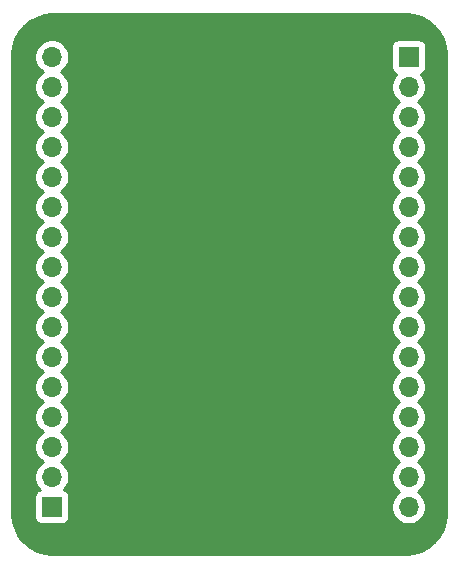
<source format=gbr>
G04 #@! TF.GenerationSoftware,KiCad,Pcbnew,(5.1.5)-3*
G04 #@! TF.CreationDate,2020-02-24T20:26:35-05:00*
G04 #@! TF.ProjectId,SRAM CY7C109D-10XI,5352414d-2043-4593-9743-313039442d31,rev?*
G04 #@! TF.SameCoordinates,Original*
G04 #@! TF.FileFunction,Copper,L2,Bot*
G04 #@! TF.FilePolarity,Positive*
%FSLAX46Y46*%
G04 Gerber Fmt 4.6, Leading zero omitted, Abs format (unit mm)*
G04 Created by KiCad (PCBNEW (5.1.5)-3) date 2020-02-24 20:26:35*
%MOMM*%
%LPD*%
G04 APERTURE LIST*
%ADD10O,1.700000X1.700000*%
%ADD11R,1.700000X1.700000*%
%ADD12C,0.254000*%
G04 APERTURE END LIST*
D10*
X125200000Y-144350000D03*
X125200000Y-141810000D03*
X125200000Y-139270000D03*
X125200000Y-136730000D03*
X125200000Y-134190000D03*
X125200000Y-131650000D03*
X125200000Y-129110000D03*
X125200000Y-126570000D03*
X125200000Y-124030000D03*
X125200000Y-121490000D03*
X125200000Y-118950000D03*
X125200000Y-116410000D03*
X125200000Y-113870000D03*
X125200000Y-111330000D03*
X125200000Y-108790000D03*
D11*
X125200000Y-106250000D03*
D10*
X95000000Y-106250000D03*
X95000000Y-108790000D03*
X95000000Y-111330000D03*
X95000000Y-113870000D03*
X95000000Y-116410000D03*
X95000000Y-118950000D03*
X95000000Y-121490000D03*
X95000000Y-124030000D03*
X95000000Y-126570000D03*
X95000000Y-129110000D03*
X95000000Y-131650000D03*
X95000000Y-134190000D03*
X95000000Y-136730000D03*
X95000000Y-139270000D03*
X95000000Y-141810000D03*
D11*
X95000000Y-144350000D03*
D12*
G36*
X125648126Y-102726714D02*
G01*
X126271572Y-102914943D01*
X126846579Y-103220681D01*
X127351247Y-103632279D01*
X127766362Y-104134067D01*
X128076105Y-104706924D01*
X128268682Y-105329039D01*
X128340001Y-106007594D01*
X128340000Y-144967721D01*
X128273286Y-145648126D01*
X128085057Y-146271570D01*
X127779323Y-146846573D01*
X127367721Y-147351248D01*
X126865933Y-147766362D01*
X126293077Y-148076104D01*
X125670961Y-148268682D01*
X124992417Y-148340000D01*
X95032279Y-148340000D01*
X94351874Y-148273286D01*
X93728430Y-148085057D01*
X93153427Y-147779323D01*
X92648752Y-147367721D01*
X92233638Y-146865933D01*
X91923896Y-146293077D01*
X91731318Y-145670961D01*
X91660000Y-144992417D01*
X91660000Y-143500000D01*
X93511928Y-143500000D01*
X93511928Y-145200000D01*
X93524188Y-145324482D01*
X93560498Y-145444180D01*
X93619463Y-145554494D01*
X93698815Y-145651185D01*
X93795506Y-145730537D01*
X93905820Y-145789502D01*
X94025518Y-145825812D01*
X94150000Y-145838072D01*
X95850000Y-145838072D01*
X95974482Y-145825812D01*
X96094180Y-145789502D01*
X96204494Y-145730537D01*
X96301185Y-145651185D01*
X96380537Y-145554494D01*
X96439502Y-145444180D01*
X96475812Y-145324482D01*
X96488072Y-145200000D01*
X96488072Y-143500000D01*
X96475812Y-143375518D01*
X96439502Y-143255820D01*
X96380537Y-143145506D01*
X96301185Y-143048815D01*
X96204494Y-142969463D01*
X96094180Y-142910498D01*
X96021620Y-142888487D01*
X96153475Y-142756632D01*
X96315990Y-142513411D01*
X96427932Y-142243158D01*
X96485000Y-141956260D01*
X96485000Y-141663740D01*
X96427932Y-141376842D01*
X96315990Y-141106589D01*
X96153475Y-140863368D01*
X95946632Y-140656525D01*
X95772240Y-140540000D01*
X95946632Y-140423475D01*
X96153475Y-140216632D01*
X96315990Y-139973411D01*
X96427932Y-139703158D01*
X96485000Y-139416260D01*
X96485000Y-139123740D01*
X96427932Y-138836842D01*
X96315990Y-138566589D01*
X96153475Y-138323368D01*
X95946632Y-138116525D01*
X95772240Y-138000000D01*
X95946632Y-137883475D01*
X96153475Y-137676632D01*
X96315990Y-137433411D01*
X96427932Y-137163158D01*
X96485000Y-136876260D01*
X96485000Y-136583740D01*
X96427932Y-136296842D01*
X96315990Y-136026589D01*
X96153475Y-135783368D01*
X95946632Y-135576525D01*
X95772240Y-135460000D01*
X95946632Y-135343475D01*
X96153475Y-135136632D01*
X96315990Y-134893411D01*
X96427932Y-134623158D01*
X96485000Y-134336260D01*
X96485000Y-134043740D01*
X96427932Y-133756842D01*
X96315990Y-133486589D01*
X96153475Y-133243368D01*
X95946632Y-133036525D01*
X95772240Y-132920000D01*
X95946632Y-132803475D01*
X96153475Y-132596632D01*
X96315990Y-132353411D01*
X96427932Y-132083158D01*
X96485000Y-131796260D01*
X96485000Y-131503740D01*
X96427932Y-131216842D01*
X96315990Y-130946589D01*
X96153475Y-130703368D01*
X95946632Y-130496525D01*
X95772240Y-130380000D01*
X95946632Y-130263475D01*
X96153475Y-130056632D01*
X96315990Y-129813411D01*
X96427932Y-129543158D01*
X96485000Y-129256260D01*
X96485000Y-128963740D01*
X96427932Y-128676842D01*
X96315990Y-128406589D01*
X96153475Y-128163368D01*
X95946632Y-127956525D01*
X95772240Y-127840000D01*
X95946632Y-127723475D01*
X96153475Y-127516632D01*
X96315990Y-127273411D01*
X96427932Y-127003158D01*
X96485000Y-126716260D01*
X96485000Y-126423740D01*
X96427932Y-126136842D01*
X96315990Y-125866589D01*
X96153475Y-125623368D01*
X95946632Y-125416525D01*
X95772240Y-125300000D01*
X95946632Y-125183475D01*
X96153475Y-124976632D01*
X96315990Y-124733411D01*
X96427932Y-124463158D01*
X96485000Y-124176260D01*
X96485000Y-123883740D01*
X96427932Y-123596842D01*
X96315990Y-123326589D01*
X96153475Y-123083368D01*
X95946632Y-122876525D01*
X95772240Y-122760000D01*
X95946632Y-122643475D01*
X96153475Y-122436632D01*
X96315990Y-122193411D01*
X96427932Y-121923158D01*
X96485000Y-121636260D01*
X96485000Y-121343740D01*
X96427932Y-121056842D01*
X96315990Y-120786589D01*
X96153475Y-120543368D01*
X95946632Y-120336525D01*
X95772240Y-120220000D01*
X95946632Y-120103475D01*
X96153475Y-119896632D01*
X96315990Y-119653411D01*
X96427932Y-119383158D01*
X96485000Y-119096260D01*
X96485000Y-118803740D01*
X96427932Y-118516842D01*
X96315990Y-118246589D01*
X96153475Y-118003368D01*
X95946632Y-117796525D01*
X95772240Y-117680000D01*
X95946632Y-117563475D01*
X96153475Y-117356632D01*
X96315990Y-117113411D01*
X96427932Y-116843158D01*
X96485000Y-116556260D01*
X96485000Y-116263740D01*
X96427932Y-115976842D01*
X96315990Y-115706589D01*
X96153475Y-115463368D01*
X95946632Y-115256525D01*
X95772240Y-115140000D01*
X95946632Y-115023475D01*
X96153475Y-114816632D01*
X96315990Y-114573411D01*
X96427932Y-114303158D01*
X96485000Y-114016260D01*
X96485000Y-113723740D01*
X96427932Y-113436842D01*
X96315990Y-113166589D01*
X96153475Y-112923368D01*
X95946632Y-112716525D01*
X95772240Y-112600000D01*
X95946632Y-112483475D01*
X96153475Y-112276632D01*
X96315990Y-112033411D01*
X96427932Y-111763158D01*
X96485000Y-111476260D01*
X96485000Y-111183740D01*
X96427932Y-110896842D01*
X96315990Y-110626589D01*
X96153475Y-110383368D01*
X95946632Y-110176525D01*
X95772240Y-110060000D01*
X95946632Y-109943475D01*
X96153475Y-109736632D01*
X96315990Y-109493411D01*
X96427932Y-109223158D01*
X96485000Y-108936260D01*
X96485000Y-108643740D01*
X96427932Y-108356842D01*
X96315990Y-108086589D01*
X96153475Y-107843368D01*
X95946632Y-107636525D01*
X95772240Y-107520000D01*
X95946632Y-107403475D01*
X96153475Y-107196632D01*
X96315990Y-106953411D01*
X96427932Y-106683158D01*
X96485000Y-106396260D01*
X96485000Y-106103740D01*
X96427932Y-105816842D01*
X96315990Y-105546589D01*
X96218043Y-105400000D01*
X123711928Y-105400000D01*
X123711928Y-107100000D01*
X123724188Y-107224482D01*
X123760498Y-107344180D01*
X123819463Y-107454494D01*
X123898815Y-107551185D01*
X123995506Y-107630537D01*
X124105820Y-107689502D01*
X124178380Y-107711513D01*
X124046525Y-107843368D01*
X123884010Y-108086589D01*
X123772068Y-108356842D01*
X123715000Y-108643740D01*
X123715000Y-108936260D01*
X123772068Y-109223158D01*
X123884010Y-109493411D01*
X124046525Y-109736632D01*
X124253368Y-109943475D01*
X124427760Y-110060000D01*
X124253368Y-110176525D01*
X124046525Y-110383368D01*
X123884010Y-110626589D01*
X123772068Y-110896842D01*
X123715000Y-111183740D01*
X123715000Y-111476260D01*
X123772068Y-111763158D01*
X123884010Y-112033411D01*
X124046525Y-112276632D01*
X124253368Y-112483475D01*
X124427760Y-112600000D01*
X124253368Y-112716525D01*
X124046525Y-112923368D01*
X123884010Y-113166589D01*
X123772068Y-113436842D01*
X123715000Y-113723740D01*
X123715000Y-114016260D01*
X123772068Y-114303158D01*
X123884010Y-114573411D01*
X124046525Y-114816632D01*
X124253368Y-115023475D01*
X124427760Y-115140000D01*
X124253368Y-115256525D01*
X124046525Y-115463368D01*
X123884010Y-115706589D01*
X123772068Y-115976842D01*
X123715000Y-116263740D01*
X123715000Y-116556260D01*
X123772068Y-116843158D01*
X123884010Y-117113411D01*
X124046525Y-117356632D01*
X124253368Y-117563475D01*
X124427760Y-117680000D01*
X124253368Y-117796525D01*
X124046525Y-118003368D01*
X123884010Y-118246589D01*
X123772068Y-118516842D01*
X123715000Y-118803740D01*
X123715000Y-119096260D01*
X123772068Y-119383158D01*
X123884010Y-119653411D01*
X124046525Y-119896632D01*
X124253368Y-120103475D01*
X124427760Y-120220000D01*
X124253368Y-120336525D01*
X124046525Y-120543368D01*
X123884010Y-120786589D01*
X123772068Y-121056842D01*
X123715000Y-121343740D01*
X123715000Y-121636260D01*
X123772068Y-121923158D01*
X123884010Y-122193411D01*
X124046525Y-122436632D01*
X124253368Y-122643475D01*
X124427760Y-122760000D01*
X124253368Y-122876525D01*
X124046525Y-123083368D01*
X123884010Y-123326589D01*
X123772068Y-123596842D01*
X123715000Y-123883740D01*
X123715000Y-124176260D01*
X123772068Y-124463158D01*
X123884010Y-124733411D01*
X124046525Y-124976632D01*
X124253368Y-125183475D01*
X124427760Y-125300000D01*
X124253368Y-125416525D01*
X124046525Y-125623368D01*
X123884010Y-125866589D01*
X123772068Y-126136842D01*
X123715000Y-126423740D01*
X123715000Y-126716260D01*
X123772068Y-127003158D01*
X123884010Y-127273411D01*
X124046525Y-127516632D01*
X124253368Y-127723475D01*
X124427760Y-127840000D01*
X124253368Y-127956525D01*
X124046525Y-128163368D01*
X123884010Y-128406589D01*
X123772068Y-128676842D01*
X123715000Y-128963740D01*
X123715000Y-129256260D01*
X123772068Y-129543158D01*
X123884010Y-129813411D01*
X124046525Y-130056632D01*
X124253368Y-130263475D01*
X124427760Y-130380000D01*
X124253368Y-130496525D01*
X124046525Y-130703368D01*
X123884010Y-130946589D01*
X123772068Y-131216842D01*
X123715000Y-131503740D01*
X123715000Y-131796260D01*
X123772068Y-132083158D01*
X123884010Y-132353411D01*
X124046525Y-132596632D01*
X124253368Y-132803475D01*
X124427760Y-132920000D01*
X124253368Y-133036525D01*
X124046525Y-133243368D01*
X123884010Y-133486589D01*
X123772068Y-133756842D01*
X123715000Y-134043740D01*
X123715000Y-134336260D01*
X123772068Y-134623158D01*
X123884010Y-134893411D01*
X124046525Y-135136632D01*
X124253368Y-135343475D01*
X124427760Y-135460000D01*
X124253368Y-135576525D01*
X124046525Y-135783368D01*
X123884010Y-136026589D01*
X123772068Y-136296842D01*
X123715000Y-136583740D01*
X123715000Y-136876260D01*
X123772068Y-137163158D01*
X123884010Y-137433411D01*
X124046525Y-137676632D01*
X124253368Y-137883475D01*
X124427760Y-138000000D01*
X124253368Y-138116525D01*
X124046525Y-138323368D01*
X123884010Y-138566589D01*
X123772068Y-138836842D01*
X123715000Y-139123740D01*
X123715000Y-139416260D01*
X123772068Y-139703158D01*
X123884010Y-139973411D01*
X124046525Y-140216632D01*
X124253368Y-140423475D01*
X124427760Y-140540000D01*
X124253368Y-140656525D01*
X124046525Y-140863368D01*
X123884010Y-141106589D01*
X123772068Y-141376842D01*
X123715000Y-141663740D01*
X123715000Y-141956260D01*
X123772068Y-142243158D01*
X123884010Y-142513411D01*
X124046525Y-142756632D01*
X124253368Y-142963475D01*
X124427760Y-143080000D01*
X124253368Y-143196525D01*
X124046525Y-143403368D01*
X123884010Y-143646589D01*
X123772068Y-143916842D01*
X123715000Y-144203740D01*
X123715000Y-144496260D01*
X123772068Y-144783158D01*
X123884010Y-145053411D01*
X124046525Y-145296632D01*
X124253368Y-145503475D01*
X124496589Y-145665990D01*
X124766842Y-145777932D01*
X125053740Y-145835000D01*
X125346260Y-145835000D01*
X125633158Y-145777932D01*
X125903411Y-145665990D01*
X126146632Y-145503475D01*
X126353475Y-145296632D01*
X126515990Y-145053411D01*
X126627932Y-144783158D01*
X126685000Y-144496260D01*
X126685000Y-144203740D01*
X126627932Y-143916842D01*
X126515990Y-143646589D01*
X126353475Y-143403368D01*
X126146632Y-143196525D01*
X125972240Y-143080000D01*
X126146632Y-142963475D01*
X126353475Y-142756632D01*
X126515990Y-142513411D01*
X126627932Y-142243158D01*
X126685000Y-141956260D01*
X126685000Y-141663740D01*
X126627932Y-141376842D01*
X126515990Y-141106589D01*
X126353475Y-140863368D01*
X126146632Y-140656525D01*
X125972240Y-140540000D01*
X126146632Y-140423475D01*
X126353475Y-140216632D01*
X126515990Y-139973411D01*
X126627932Y-139703158D01*
X126685000Y-139416260D01*
X126685000Y-139123740D01*
X126627932Y-138836842D01*
X126515990Y-138566589D01*
X126353475Y-138323368D01*
X126146632Y-138116525D01*
X125972240Y-138000000D01*
X126146632Y-137883475D01*
X126353475Y-137676632D01*
X126515990Y-137433411D01*
X126627932Y-137163158D01*
X126685000Y-136876260D01*
X126685000Y-136583740D01*
X126627932Y-136296842D01*
X126515990Y-136026589D01*
X126353475Y-135783368D01*
X126146632Y-135576525D01*
X125972240Y-135460000D01*
X126146632Y-135343475D01*
X126353475Y-135136632D01*
X126515990Y-134893411D01*
X126627932Y-134623158D01*
X126685000Y-134336260D01*
X126685000Y-134043740D01*
X126627932Y-133756842D01*
X126515990Y-133486589D01*
X126353475Y-133243368D01*
X126146632Y-133036525D01*
X125972240Y-132920000D01*
X126146632Y-132803475D01*
X126353475Y-132596632D01*
X126515990Y-132353411D01*
X126627932Y-132083158D01*
X126685000Y-131796260D01*
X126685000Y-131503740D01*
X126627932Y-131216842D01*
X126515990Y-130946589D01*
X126353475Y-130703368D01*
X126146632Y-130496525D01*
X125972240Y-130380000D01*
X126146632Y-130263475D01*
X126353475Y-130056632D01*
X126515990Y-129813411D01*
X126627932Y-129543158D01*
X126685000Y-129256260D01*
X126685000Y-128963740D01*
X126627932Y-128676842D01*
X126515990Y-128406589D01*
X126353475Y-128163368D01*
X126146632Y-127956525D01*
X125972240Y-127840000D01*
X126146632Y-127723475D01*
X126353475Y-127516632D01*
X126515990Y-127273411D01*
X126627932Y-127003158D01*
X126685000Y-126716260D01*
X126685000Y-126423740D01*
X126627932Y-126136842D01*
X126515990Y-125866589D01*
X126353475Y-125623368D01*
X126146632Y-125416525D01*
X125972240Y-125300000D01*
X126146632Y-125183475D01*
X126353475Y-124976632D01*
X126515990Y-124733411D01*
X126627932Y-124463158D01*
X126685000Y-124176260D01*
X126685000Y-123883740D01*
X126627932Y-123596842D01*
X126515990Y-123326589D01*
X126353475Y-123083368D01*
X126146632Y-122876525D01*
X125972240Y-122760000D01*
X126146632Y-122643475D01*
X126353475Y-122436632D01*
X126515990Y-122193411D01*
X126627932Y-121923158D01*
X126685000Y-121636260D01*
X126685000Y-121343740D01*
X126627932Y-121056842D01*
X126515990Y-120786589D01*
X126353475Y-120543368D01*
X126146632Y-120336525D01*
X125972240Y-120220000D01*
X126146632Y-120103475D01*
X126353475Y-119896632D01*
X126515990Y-119653411D01*
X126627932Y-119383158D01*
X126685000Y-119096260D01*
X126685000Y-118803740D01*
X126627932Y-118516842D01*
X126515990Y-118246589D01*
X126353475Y-118003368D01*
X126146632Y-117796525D01*
X125972240Y-117680000D01*
X126146632Y-117563475D01*
X126353475Y-117356632D01*
X126515990Y-117113411D01*
X126627932Y-116843158D01*
X126685000Y-116556260D01*
X126685000Y-116263740D01*
X126627932Y-115976842D01*
X126515990Y-115706589D01*
X126353475Y-115463368D01*
X126146632Y-115256525D01*
X125972240Y-115140000D01*
X126146632Y-115023475D01*
X126353475Y-114816632D01*
X126515990Y-114573411D01*
X126627932Y-114303158D01*
X126685000Y-114016260D01*
X126685000Y-113723740D01*
X126627932Y-113436842D01*
X126515990Y-113166589D01*
X126353475Y-112923368D01*
X126146632Y-112716525D01*
X125972240Y-112600000D01*
X126146632Y-112483475D01*
X126353475Y-112276632D01*
X126515990Y-112033411D01*
X126627932Y-111763158D01*
X126685000Y-111476260D01*
X126685000Y-111183740D01*
X126627932Y-110896842D01*
X126515990Y-110626589D01*
X126353475Y-110383368D01*
X126146632Y-110176525D01*
X125972240Y-110060000D01*
X126146632Y-109943475D01*
X126353475Y-109736632D01*
X126515990Y-109493411D01*
X126627932Y-109223158D01*
X126685000Y-108936260D01*
X126685000Y-108643740D01*
X126627932Y-108356842D01*
X126515990Y-108086589D01*
X126353475Y-107843368D01*
X126221620Y-107711513D01*
X126294180Y-107689502D01*
X126404494Y-107630537D01*
X126501185Y-107551185D01*
X126580537Y-107454494D01*
X126639502Y-107344180D01*
X126675812Y-107224482D01*
X126688072Y-107100000D01*
X126688072Y-105400000D01*
X126675812Y-105275518D01*
X126639502Y-105155820D01*
X126580537Y-105045506D01*
X126501185Y-104948815D01*
X126404494Y-104869463D01*
X126294180Y-104810498D01*
X126174482Y-104774188D01*
X126050000Y-104761928D01*
X124350000Y-104761928D01*
X124225518Y-104774188D01*
X124105820Y-104810498D01*
X123995506Y-104869463D01*
X123898815Y-104948815D01*
X123819463Y-105045506D01*
X123760498Y-105155820D01*
X123724188Y-105275518D01*
X123711928Y-105400000D01*
X96218043Y-105400000D01*
X96153475Y-105303368D01*
X95946632Y-105096525D01*
X95703411Y-104934010D01*
X95433158Y-104822068D01*
X95146260Y-104765000D01*
X94853740Y-104765000D01*
X94566842Y-104822068D01*
X94296589Y-104934010D01*
X94053368Y-105096525D01*
X93846525Y-105303368D01*
X93684010Y-105546589D01*
X93572068Y-105816842D01*
X93515000Y-106103740D01*
X93515000Y-106396260D01*
X93572068Y-106683158D01*
X93684010Y-106953411D01*
X93846525Y-107196632D01*
X94053368Y-107403475D01*
X94227760Y-107520000D01*
X94053368Y-107636525D01*
X93846525Y-107843368D01*
X93684010Y-108086589D01*
X93572068Y-108356842D01*
X93515000Y-108643740D01*
X93515000Y-108936260D01*
X93572068Y-109223158D01*
X93684010Y-109493411D01*
X93846525Y-109736632D01*
X94053368Y-109943475D01*
X94227760Y-110060000D01*
X94053368Y-110176525D01*
X93846525Y-110383368D01*
X93684010Y-110626589D01*
X93572068Y-110896842D01*
X93515000Y-111183740D01*
X93515000Y-111476260D01*
X93572068Y-111763158D01*
X93684010Y-112033411D01*
X93846525Y-112276632D01*
X94053368Y-112483475D01*
X94227760Y-112600000D01*
X94053368Y-112716525D01*
X93846525Y-112923368D01*
X93684010Y-113166589D01*
X93572068Y-113436842D01*
X93515000Y-113723740D01*
X93515000Y-114016260D01*
X93572068Y-114303158D01*
X93684010Y-114573411D01*
X93846525Y-114816632D01*
X94053368Y-115023475D01*
X94227760Y-115140000D01*
X94053368Y-115256525D01*
X93846525Y-115463368D01*
X93684010Y-115706589D01*
X93572068Y-115976842D01*
X93515000Y-116263740D01*
X93515000Y-116556260D01*
X93572068Y-116843158D01*
X93684010Y-117113411D01*
X93846525Y-117356632D01*
X94053368Y-117563475D01*
X94227760Y-117680000D01*
X94053368Y-117796525D01*
X93846525Y-118003368D01*
X93684010Y-118246589D01*
X93572068Y-118516842D01*
X93515000Y-118803740D01*
X93515000Y-119096260D01*
X93572068Y-119383158D01*
X93684010Y-119653411D01*
X93846525Y-119896632D01*
X94053368Y-120103475D01*
X94227760Y-120220000D01*
X94053368Y-120336525D01*
X93846525Y-120543368D01*
X93684010Y-120786589D01*
X93572068Y-121056842D01*
X93515000Y-121343740D01*
X93515000Y-121636260D01*
X93572068Y-121923158D01*
X93684010Y-122193411D01*
X93846525Y-122436632D01*
X94053368Y-122643475D01*
X94227760Y-122760000D01*
X94053368Y-122876525D01*
X93846525Y-123083368D01*
X93684010Y-123326589D01*
X93572068Y-123596842D01*
X93515000Y-123883740D01*
X93515000Y-124176260D01*
X93572068Y-124463158D01*
X93684010Y-124733411D01*
X93846525Y-124976632D01*
X94053368Y-125183475D01*
X94227760Y-125300000D01*
X94053368Y-125416525D01*
X93846525Y-125623368D01*
X93684010Y-125866589D01*
X93572068Y-126136842D01*
X93515000Y-126423740D01*
X93515000Y-126716260D01*
X93572068Y-127003158D01*
X93684010Y-127273411D01*
X93846525Y-127516632D01*
X94053368Y-127723475D01*
X94227760Y-127840000D01*
X94053368Y-127956525D01*
X93846525Y-128163368D01*
X93684010Y-128406589D01*
X93572068Y-128676842D01*
X93515000Y-128963740D01*
X93515000Y-129256260D01*
X93572068Y-129543158D01*
X93684010Y-129813411D01*
X93846525Y-130056632D01*
X94053368Y-130263475D01*
X94227760Y-130380000D01*
X94053368Y-130496525D01*
X93846525Y-130703368D01*
X93684010Y-130946589D01*
X93572068Y-131216842D01*
X93515000Y-131503740D01*
X93515000Y-131796260D01*
X93572068Y-132083158D01*
X93684010Y-132353411D01*
X93846525Y-132596632D01*
X94053368Y-132803475D01*
X94227760Y-132920000D01*
X94053368Y-133036525D01*
X93846525Y-133243368D01*
X93684010Y-133486589D01*
X93572068Y-133756842D01*
X93515000Y-134043740D01*
X93515000Y-134336260D01*
X93572068Y-134623158D01*
X93684010Y-134893411D01*
X93846525Y-135136632D01*
X94053368Y-135343475D01*
X94227760Y-135460000D01*
X94053368Y-135576525D01*
X93846525Y-135783368D01*
X93684010Y-136026589D01*
X93572068Y-136296842D01*
X93515000Y-136583740D01*
X93515000Y-136876260D01*
X93572068Y-137163158D01*
X93684010Y-137433411D01*
X93846525Y-137676632D01*
X94053368Y-137883475D01*
X94227760Y-138000000D01*
X94053368Y-138116525D01*
X93846525Y-138323368D01*
X93684010Y-138566589D01*
X93572068Y-138836842D01*
X93515000Y-139123740D01*
X93515000Y-139416260D01*
X93572068Y-139703158D01*
X93684010Y-139973411D01*
X93846525Y-140216632D01*
X94053368Y-140423475D01*
X94227760Y-140540000D01*
X94053368Y-140656525D01*
X93846525Y-140863368D01*
X93684010Y-141106589D01*
X93572068Y-141376842D01*
X93515000Y-141663740D01*
X93515000Y-141956260D01*
X93572068Y-142243158D01*
X93684010Y-142513411D01*
X93846525Y-142756632D01*
X93978380Y-142888487D01*
X93905820Y-142910498D01*
X93795506Y-142969463D01*
X93698815Y-143048815D01*
X93619463Y-143145506D01*
X93560498Y-143255820D01*
X93524188Y-143375518D01*
X93511928Y-143500000D01*
X91660000Y-143500000D01*
X91660000Y-106032278D01*
X91726714Y-105351874D01*
X91914943Y-104728428D01*
X92220681Y-104153421D01*
X92632279Y-103648753D01*
X93134067Y-103233638D01*
X93706924Y-102923895D01*
X94329039Y-102731318D01*
X95007584Y-102660000D01*
X124967722Y-102660000D01*
X125648126Y-102726714D01*
G37*
X125648126Y-102726714D02*
X126271572Y-102914943D01*
X126846579Y-103220681D01*
X127351247Y-103632279D01*
X127766362Y-104134067D01*
X128076105Y-104706924D01*
X128268682Y-105329039D01*
X128340001Y-106007594D01*
X128340000Y-144967721D01*
X128273286Y-145648126D01*
X128085057Y-146271570D01*
X127779323Y-146846573D01*
X127367721Y-147351248D01*
X126865933Y-147766362D01*
X126293077Y-148076104D01*
X125670961Y-148268682D01*
X124992417Y-148340000D01*
X95032279Y-148340000D01*
X94351874Y-148273286D01*
X93728430Y-148085057D01*
X93153427Y-147779323D01*
X92648752Y-147367721D01*
X92233638Y-146865933D01*
X91923896Y-146293077D01*
X91731318Y-145670961D01*
X91660000Y-144992417D01*
X91660000Y-143500000D01*
X93511928Y-143500000D01*
X93511928Y-145200000D01*
X93524188Y-145324482D01*
X93560498Y-145444180D01*
X93619463Y-145554494D01*
X93698815Y-145651185D01*
X93795506Y-145730537D01*
X93905820Y-145789502D01*
X94025518Y-145825812D01*
X94150000Y-145838072D01*
X95850000Y-145838072D01*
X95974482Y-145825812D01*
X96094180Y-145789502D01*
X96204494Y-145730537D01*
X96301185Y-145651185D01*
X96380537Y-145554494D01*
X96439502Y-145444180D01*
X96475812Y-145324482D01*
X96488072Y-145200000D01*
X96488072Y-143500000D01*
X96475812Y-143375518D01*
X96439502Y-143255820D01*
X96380537Y-143145506D01*
X96301185Y-143048815D01*
X96204494Y-142969463D01*
X96094180Y-142910498D01*
X96021620Y-142888487D01*
X96153475Y-142756632D01*
X96315990Y-142513411D01*
X96427932Y-142243158D01*
X96485000Y-141956260D01*
X96485000Y-141663740D01*
X96427932Y-141376842D01*
X96315990Y-141106589D01*
X96153475Y-140863368D01*
X95946632Y-140656525D01*
X95772240Y-140540000D01*
X95946632Y-140423475D01*
X96153475Y-140216632D01*
X96315990Y-139973411D01*
X96427932Y-139703158D01*
X96485000Y-139416260D01*
X96485000Y-139123740D01*
X96427932Y-138836842D01*
X96315990Y-138566589D01*
X96153475Y-138323368D01*
X95946632Y-138116525D01*
X95772240Y-138000000D01*
X95946632Y-137883475D01*
X96153475Y-137676632D01*
X96315990Y-137433411D01*
X96427932Y-137163158D01*
X96485000Y-136876260D01*
X96485000Y-136583740D01*
X96427932Y-136296842D01*
X96315990Y-136026589D01*
X96153475Y-135783368D01*
X95946632Y-135576525D01*
X95772240Y-135460000D01*
X95946632Y-135343475D01*
X96153475Y-135136632D01*
X96315990Y-134893411D01*
X96427932Y-134623158D01*
X96485000Y-134336260D01*
X96485000Y-134043740D01*
X96427932Y-133756842D01*
X96315990Y-133486589D01*
X96153475Y-133243368D01*
X95946632Y-133036525D01*
X95772240Y-132920000D01*
X95946632Y-132803475D01*
X96153475Y-132596632D01*
X96315990Y-132353411D01*
X96427932Y-132083158D01*
X96485000Y-131796260D01*
X96485000Y-131503740D01*
X96427932Y-131216842D01*
X96315990Y-130946589D01*
X96153475Y-130703368D01*
X95946632Y-130496525D01*
X95772240Y-130380000D01*
X95946632Y-130263475D01*
X96153475Y-130056632D01*
X96315990Y-129813411D01*
X96427932Y-129543158D01*
X96485000Y-129256260D01*
X96485000Y-128963740D01*
X96427932Y-128676842D01*
X96315990Y-128406589D01*
X96153475Y-128163368D01*
X95946632Y-127956525D01*
X95772240Y-127840000D01*
X95946632Y-127723475D01*
X96153475Y-127516632D01*
X96315990Y-127273411D01*
X96427932Y-127003158D01*
X96485000Y-126716260D01*
X96485000Y-126423740D01*
X96427932Y-126136842D01*
X96315990Y-125866589D01*
X96153475Y-125623368D01*
X95946632Y-125416525D01*
X95772240Y-125300000D01*
X95946632Y-125183475D01*
X96153475Y-124976632D01*
X96315990Y-124733411D01*
X96427932Y-124463158D01*
X96485000Y-124176260D01*
X96485000Y-123883740D01*
X96427932Y-123596842D01*
X96315990Y-123326589D01*
X96153475Y-123083368D01*
X95946632Y-122876525D01*
X95772240Y-122760000D01*
X95946632Y-122643475D01*
X96153475Y-122436632D01*
X96315990Y-122193411D01*
X96427932Y-121923158D01*
X96485000Y-121636260D01*
X96485000Y-121343740D01*
X96427932Y-121056842D01*
X96315990Y-120786589D01*
X96153475Y-120543368D01*
X95946632Y-120336525D01*
X95772240Y-120220000D01*
X95946632Y-120103475D01*
X96153475Y-119896632D01*
X96315990Y-119653411D01*
X96427932Y-119383158D01*
X96485000Y-119096260D01*
X96485000Y-118803740D01*
X96427932Y-118516842D01*
X96315990Y-118246589D01*
X96153475Y-118003368D01*
X95946632Y-117796525D01*
X95772240Y-117680000D01*
X95946632Y-117563475D01*
X96153475Y-117356632D01*
X96315990Y-117113411D01*
X96427932Y-116843158D01*
X96485000Y-116556260D01*
X96485000Y-116263740D01*
X96427932Y-115976842D01*
X96315990Y-115706589D01*
X96153475Y-115463368D01*
X95946632Y-115256525D01*
X95772240Y-115140000D01*
X95946632Y-115023475D01*
X96153475Y-114816632D01*
X96315990Y-114573411D01*
X96427932Y-114303158D01*
X96485000Y-114016260D01*
X96485000Y-113723740D01*
X96427932Y-113436842D01*
X96315990Y-113166589D01*
X96153475Y-112923368D01*
X95946632Y-112716525D01*
X95772240Y-112600000D01*
X95946632Y-112483475D01*
X96153475Y-112276632D01*
X96315990Y-112033411D01*
X96427932Y-111763158D01*
X96485000Y-111476260D01*
X96485000Y-111183740D01*
X96427932Y-110896842D01*
X96315990Y-110626589D01*
X96153475Y-110383368D01*
X95946632Y-110176525D01*
X95772240Y-110060000D01*
X95946632Y-109943475D01*
X96153475Y-109736632D01*
X96315990Y-109493411D01*
X96427932Y-109223158D01*
X96485000Y-108936260D01*
X96485000Y-108643740D01*
X96427932Y-108356842D01*
X96315990Y-108086589D01*
X96153475Y-107843368D01*
X95946632Y-107636525D01*
X95772240Y-107520000D01*
X95946632Y-107403475D01*
X96153475Y-107196632D01*
X96315990Y-106953411D01*
X96427932Y-106683158D01*
X96485000Y-106396260D01*
X96485000Y-106103740D01*
X96427932Y-105816842D01*
X96315990Y-105546589D01*
X96218043Y-105400000D01*
X123711928Y-105400000D01*
X123711928Y-107100000D01*
X123724188Y-107224482D01*
X123760498Y-107344180D01*
X123819463Y-107454494D01*
X123898815Y-107551185D01*
X123995506Y-107630537D01*
X124105820Y-107689502D01*
X124178380Y-107711513D01*
X124046525Y-107843368D01*
X123884010Y-108086589D01*
X123772068Y-108356842D01*
X123715000Y-108643740D01*
X123715000Y-108936260D01*
X123772068Y-109223158D01*
X123884010Y-109493411D01*
X124046525Y-109736632D01*
X124253368Y-109943475D01*
X124427760Y-110060000D01*
X124253368Y-110176525D01*
X124046525Y-110383368D01*
X123884010Y-110626589D01*
X123772068Y-110896842D01*
X123715000Y-111183740D01*
X123715000Y-111476260D01*
X123772068Y-111763158D01*
X123884010Y-112033411D01*
X124046525Y-112276632D01*
X124253368Y-112483475D01*
X124427760Y-112600000D01*
X124253368Y-112716525D01*
X124046525Y-112923368D01*
X123884010Y-113166589D01*
X123772068Y-113436842D01*
X123715000Y-113723740D01*
X123715000Y-114016260D01*
X123772068Y-114303158D01*
X123884010Y-114573411D01*
X124046525Y-114816632D01*
X124253368Y-115023475D01*
X124427760Y-115140000D01*
X124253368Y-115256525D01*
X124046525Y-115463368D01*
X123884010Y-115706589D01*
X123772068Y-115976842D01*
X123715000Y-116263740D01*
X123715000Y-116556260D01*
X123772068Y-116843158D01*
X123884010Y-117113411D01*
X124046525Y-117356632D01*
X124253368Y-117563475D01*
X124427760Y-117680000D01*
X124253368Y-117796525D01*
X124046525Y-118003368D01*
X123884010Y-118246589D01*
X123772068Y-118516842D01*
X123715000Y-118803740D01*
X123715000Y-119096260D01*
X123772068Y-119383158D01*
X123884010Y-119653411D01*
X124046525Y-119896632D01*
X124253368Y-120103475D01*
X124427760Y-120220000D01*
X124253368Y-120336525D01*
X124046525Y-120543368D01*
X123884010Y-120786589D01*
X123772068Y-121056842D01*
X123715000Y-121343740D01*
X123715000Y-121636260D01*
X123772068Y-121923158D01*
X123884010Y-122193411D01*
X124046525Y-122436632D01*
X124253368Y-122643475D01*
X124427760Y-122760000D01*
X124253368Y-122876525D01*
X124046525Y-123083368D01*
X123884010Y-123326589D01*
X123772068Y-123596842D01*
X123715000Y-123883740D01*
X123715000Y-124176260D01*
X123772068Y-124463158D01*
X123884010Y-124733411D01*
X124046525Y-124976632D01*
X124253368Y-125183475D01*
X124427760Y-125300000D01*
X124253368Y-125416525D01*
X124046525Y-125623368D01*
X123884010Y-125866589D01*
X123772068Y-126136842D01*
X123715000Y-126423740D01*
X123715000Y-126716260D01*
X123772068Y-127003158D01*
X123884010Y-127273411D01*
X124046525Y-127516632D01*
X124253368Y-127723475D01*
X124427760Y-127840000D01*
X124253368Y-127956525D01*
X124046525Y-128163368D01*
X123884010Y-128406589D01*
X123772068Y-128676842D01*
X123715000Y-128963740D01*
X123715000Y-129256260D01*
X123772068Y-129543158D01*
X123884010Y-129813411D01*
X124046525Y-130056632D01*
X124253368Y-130263475D01*
X124427760Y-130380000D01*
X124253368Y-130496525D01*
X124046525Y-130703368D01*
X123884010Y-130946589D01*
X123772068Y-131216842D01*
X123715000Y-131503740D01*
X123715000Y-131796260D01*
X123772068Y-132083158D01*
X123884010Y-132353411D01*
X124046525Y-132596632D01*
X124253368Y-132803475D01*
X124427760Y-132920000D01*
X124253368Y-133036525D01*
X124046525Y-133243368D01*
X123884010Y-133486589D01*
X123772068Y-133756842D01*
X123715000Y-134043740D01*
X123715000Y-134336260D01*
X123772068Y-134623158D01*
X123884010Y-134893411D01*
X124046525Y-135136632D01*
X124253368Y-135343475D01*
X124427760Y-135460000D01*
X124253368Y-135576525D01*
X124046525Y-135783368D01*
X123884010Y-136026589D01*
X123772068Y-136296842D01*
X123715000Y-136583740D01*
X123715000Y-136876260D01*
X123772068Y-137163158D01*
X123884010Y-137433411D01*
X124046525Y-137676632D01*
X124253368Y-137883475D01*
X124427760Y-138000000D01*
X124253368Y-138116525D01*
X124046525Y-138323368D01*
X123884010Y-138566589D01*
X123772068Y-138836842D01*
X123715000Y-139123740D01*
X123715000Y-139416260D01*
X123772068Y-139703158D01*
X123884010Y-139973411D01*
X124046525Y-140216632D01*
X124253368Y-140423475D01*
X124427760Y-140540000D01*
X124253368Y-140656525D01*
X124046525Y-140863368D01*
X123884010Y-141106589D01*
X123772068Y-141376842D01*
X123715000Y-141663740D01*
X123715000Y-141956260D01*
X123772068Y-142243158D01*
X123884010Y-142513411D01*
X124046525Y-142756632D01*
X124253368Y-142963475D01*
X124427760Y-143080000D01*
X124253368Y-143196525D01*
X124046525Y-143403368D01*
X123884010Y-143646589D01*
X123772068Y-143916842D01*
X123715000Y-144203740D01*
X123715000Y-144496260D01*
X123772068Y-144783158D01*
X123884010Y-145053411D01*
X124046525Y-145296632D01*
X124253368Y-145503475D01*
X124496589Y-145665990D01*
X124766842Y-145777932D01*
X125053740Y-145835000D01*
X125346260Y-145835000D01*
X125633158Y-145777932D01*
X125903411Y-145665990D01*
X126146632Y-145503475D01*
X126353475Y-145296632D01*
X126515990Y-145053411D01*
X126627932Y-144783158D01*
X126685000Y-144496260D01*
X126685000Y-144203740D01*
X126627932Y-143916842D01*
X126515990Y-143646589D01*
X126353475Y-143403368D01*
X126146632Y-143196525D01*
X125972240Y-143080000D01*
X126146632Y-142963475D01*
X126353475Y-142756632D01*
X126515990Y-142513411D01*
X126627932Y-142243158D01*
X126685000Y-141956260D01*
X126685000Y-141663740D01*
X126627932Y-141376842D01*
X126515990Y-141106589D01*
X126353475Y-140863368D01*
X126146632Y-140656525D01*
X125972240Y-140540000D01*
X126146632Y-140423475D01*
X126353475Y-140216632D01*
X126515990Y-139973411D01*
X126627932Y-139703158D01*
X126685000Y-139416260D01*
X126685000Y-139123740D01*
X126627932Y-138836842D01*
X126515990Y-138566589D01*
X126353475Y-138323368D01*
X126146632Y-138116525D01*
X125972240Y-138000000D01*
X126146632Y-137883475D01*
X126353475Y-137676632D01*
X126515990Y-137433411D01*
X126627932Y-137163158D01*
X126685000Y-136876260D01*
X126685000Y-136583740D01*
X126627932Y-136296842D01*
X126515990Y-136026589D01*
X126353475Y-135783368D01*
X126146632Y-135576525D01*
X125972240Y-135460000D01*
X126146632Y-135343475D01*
X126353475Y-135136632D01*
X126515990Y-134893411D01*
X126627932Y-134623158D01*
X126685000Y-134336260D01*
X126685000Y-134043740D01*
X126627932Y-133756842D01*
X126515990Y-133486589D01*
X126353475Y-133243368D01*
X126146632Y-133036525D01*
X125972240Y-132920000D01*
X126146632Y-132803475D01*
X126353475Y-132596632D01*
X126515990Y-132353411D01*
X126627932Y-132083158D01*
X126685000Y-131796260D01*
X126685000Y-131503740D01*
X126627932Y-131216842D01*
X126515990Y-130946589D01*
X126353475Y-130703368D01*
X126146632Y-130496525D01*
X125972240Y-130380000D01*
X126146632Y-130263475D01*
X126353475Y-130056632D01*
X126515990Y-129813411D01*
X126627932Y-129543158D01*
X126685000Y-129256260D01*
X126685000Y-128963740D01*
X126627932Y-128676842D01*
X126515990Y-128406589D01*
X126353475Y-128163368D01*
X126146632Y-127956525D01*
X125972240Y-127840000D01*
X126146632Y-127723475D01*
X126353475Y-127516632D01*
X126515990Y-127273411D01*
X126627932Y-127003158D01*
X126685000Y-126716260D01*
X126685000Y-126423740D01*
X126627932Y-126136842D01*
X126515990Y-125866589D01*
X126353475Y-125623368D01*
X126146632Y-125416525D01*
X125972240Y-125300000D01*
X126146632Y-125183475D01*
X126353475Y-124976632D01*
X126515990Y-124733411D01*
X126627932Y-124463158D01*
X126685000Y-124176260D01*
X126685000Y-123883740D01*
X126627932Y-123596842D01*
X126515990Y-123326589D01*
X126353475Y-123083368D01*
X126146632Y-122876525D01*
X125972240Y-122760000D01*
X126146632Y-122643475D01*
X126353475Y-122436632D01*
X126515990Y-122193411D01*
X126627932Y-121923158D01*
X126685000Y-121636260D01*
X126685000Y-121343740D01*
X126627932Y-121056842D01*
X126515990Y-120786589D01*
X126353475Y-120543368D01*
X126146632Y-120336525D01*
X125972240Y-120220000D01*
X126146632Y-120103475D01*
X126353475Y-119896632D01*
X126515990Y-119653411D01*
X126627932Y-119383158D01*
X126685000Y-119096260D01*
X126685000Y-118803740D01*
X126627932Y-118516842D01*
X126515990Y-118246589D01*
X126353475Y-118003368D01*
X126146632Y-117796525D01*
X125972240Y-117680000D01*
X126146632Y-117563475D01*
X126353475Y-117356632D01*
X126515990Y-117113411D01*
X126627932Y-116843158D01*
X126685000Y-116556260D01*
X126685000Y-116263740D01*
X126627932Y-115976842D01*
X126515990Y-115706589D01*
X126353475Y-115463368D01*
X126146632Y-115256525D01*
X125972240Y-115140000D01*
X126146632Y-115023475D01*
X126353475Y-114816632D01*
X126515990Y-114573411D01*
X126627932Y-114303158D01*
X126685000Y-114016260D01*
X126685000Y-113723740D01*
X126627932Y-113436842D01*
X126515990Y-113166589D01*
X126353475Y-112923368D01*
X126146632Y-112716525D01*
X125972240Y-112600000D01*
X126146632Y-112483475D01*
X126353475Y-112276632D01*
X126515990Y-112033411D01*
X126627932Y-111763158D01*
X126685000Y-111476260D01*
X126685000Y-111183740D01*
X126627932Y-110896842D01*
X126515990Y-110626589D01*
X126353475Y-110383368D01*
X126146632Y-110176525D01*
X125972240Y-110060000D01*
X126146632Y-109943475D01*
X126353475Y-109736632D01*
X126515990Y-109493411D01*
X126627932Y-109223158D01*
X126685000Y-108936260D01*
X126685000Y-108643740D01*
X126627932Y-108356842D01*
X126515990Y-108086589D01*
X126353475Y-107843368D01*
X126221620Y-107711513D01*
X126294180Y-107689502D01*
X126404494Y-107630537D01*
X126501185Y-107551185D01*
X126580537Y-107454494D01*
X126639502Y-107344180D01*
X126675812Y-107224482D01*
X126688072Y-107100000D01*
X126688072Y-105400000D01*
X126675812Y-105275518D01*
X126639502Y-105155820D01*
X126580537Y-105045506D01*
X126501185Y-104948815D01*
X126404494Y-104869463D01*
X126294180Y-104810498D01*
X126174482Y-104774188D01*
X126050000Y-104761928D01*
X124350000Y-104761928D01*
X124225518Y-104774188D01*
X124105820Y-104810498D01*
X123995506Y-104869463D01*
X123898815Y-104948815D01*
X123819463Y-105045506D01*
X123760498Y-105155820D01*
X123724188Y-105275518D01*
X123711928Y-105400000D01*
X96218043Y-105400000D01*
X96153475Y-105303368D01*
X95946632Y-105096525D01*
X95703411Y-104934010D01*
X95433158Y-104822068D01*
X95146260Y-104765000D01*
X94853740Y-104765000D01*
X94566842Y-104822068D01*
X94296589Y-104934010D01*
X94053368Y-105096525D01*
X93846525Y-105303368D01*
X93684010Y-105546589D01*
X93572068Y-105816842D01*
X93515000Y-106103740D01*
X93515000Y-106396260D01*
X93572068Y-106683158D01*
X93684010Y-106953411D01*
X93846525Y-107196632D01*
X94053368Y-107403475D01*
X94227760Y-107520000D01*
X94053368Y-107636525D01*
X93846525Y-107843368D01*
X93684010Y-108086589D01*
X93572068Y-108356842D01*
X93515000Y-108643740D01*
X93515000Y-108936260D01*
X93572068Y-109223158D01*
X93684010Y-109493411D01*
X93846525Y-109736632D01*
X94053368Y-109943475D01*
X94227760Y-110060000D01*
X94053368Y-110176525D01*
X93846525Y-110383368D01*
X93684010Y-110626589D01*
X93572068Y-110896842D01*
X93515000Y-111183740D01*
X93515000Y-111476260D01*
X93572068Y-111763158D01*
X93684010Y-112033411D01*
X93846525Y-112276632D01*
X94053368Y-112483475D01*
X94227760Y-112600000D01*
X94053368Y-112716525D01*
X93846525Y-112923368D01*
X93684010Y-113166589D01*
X93572068Y-113436842D01*
X93515000Y-113723740D01*
X93515000Y-114016260D01*
X93572068Y-114303158D01*
X93684010Y-114573411D01*
X93846525Y-114816632D01*
X94053368Y-115023475D01*
X94227760Y-115140000D01*
X94053368Y-115256525D01*
X93846525Y-115463368D01*
X93684010Y-115706589D01*
X93572068Y-115976842D01*
X93515000Y-116263740D01*
X93515000Y-116556260D01*
X93572068Y-116843158D01*
X93684010Y-117113411D01*
X93846525Y-117356632D01*
X94053368Y-117563475D01*
X94227760Y-117680000D01*
X94053368Y-117796525D01*
X93846525Y-118003368D01*
X93684010Y-118246589D01*
X93572068Y-118516842D01*
X93515000Y-118803740D01*
X93515000Y-119096260D01*
X93572068Y-119383158D01*
X93684010Y-119653411D01*
X93846525Y-119896632D01*
X94053368Y-120103475D01*
X94227760Y-120220000D01*
X94053368Y-120336525D01*
X93846525Y-120543368D01*
X93684010Y-120786589D01*
X93572068Y-121056842D01*
X93515000Y-121343740D01*
X93515000Y-121636260D01*
X93572068Y-121923158D01*
X93684010Y-122193411D01*
X93846525Y-122436632D01*
X94053368Y-122643475D01*
X94227760Y-122760000D01*
X94053368Y-122876525D01*
X93846525Y-123083368D01*
X93684010Y-123326589D01*
X93572068Y-123596842D01*
X93515000Y-123883740D01*
X93515000Y-124176260D01*
X93572068Y-124463158D01*
X93684010Y-124733411D01*
X93846525Y-124976632D01*
X94053368Y-125183475D01*
X94227760Y-125300000D01*
X94053368Y-125416525D01*
X93846525Y-125623368D01*
X93684010Y-125866589D01*
X93572068Y-126136842D01*
X93515000Y-126423740D01*
X93515000Y-126716260D01*
X93572068Y-127003158D01*
X93684010Y-127273411D01*
X93846525Y-127516632D01*
X94053368Y-127723475D01*
X94227760Y-127840000D01*
X94053368Y-127956525D01*
X93846525Y-128163368D01*
X93684010Y-128406589D01*
X93572068Y-128676842D01*
X93515000Y-128963740D01*
X93515000Y-129256260D01*
X93572068Y-129543158D01*
X93684010Y-129813411D01*
X93846525Y-130056632D01*
X94053368Y-130263475D01*
X94227760Y-130380000D01*
X94053368Y-130496525D01*
X93846525Y-130703368D01*
X93684010Y-130946589D01*
X93572068Y-131216842D01*
X93515000Y-131503740D01*
X93515000Y-131796260D01*
X93572068Y-132083158D01*
X93684010Y-132353411D01*
X93846525Y-132596632D01*
X94053368Y-132803475D01*
X94227760Y-132920000D01*
X94053368Y-133036525D01*
X93846525Y-133243368D01*
X93684010Y-133486589D01*
X93572068Y-133756842D01*
X93515000Y-134043740D01*
X93515000Y-134336260D01*
X93572068Y-134623158D01*
X93684010Y-134893411D01*
X93846525Y-135136632D01*
X94053368Y-135343475D01*
X94227760Y-135460000D01*
X94053368Y-135576525D01*
X93846525Y-135783368D01*
X93684010Y-136026589D01*
X93572068Y-136296842D01*
X93515000Y-136583740D01*
X93515000Y-136876260D01*
X93572068Y-137163158D01*
X93684010Y-137433411D01*
X93846525Y-137676632D01*
X94053368Y-137883475D01*
X94227760Y-138000000D01*
X94053368Y-138116525D01*
X93846525Y-138323368D01*
X93684010Y-138566589D01*
X93572068Y-138836842D01*
X93515000Y-139123740D01*
X93515000Y-139416260D01*
X93572068Y-139703158D01*
X93684010Y-139973411D01*
X93846525Y-140216632D01*
X94053368Y-140423475D01*
X94227760Y-140540000D01*
X94053368Y-140656525D01*
X93846525Y-140863368D01*
X93684010Y-141106589D01*
X93572068Y-141376842D01*
X93515000Y-141663740D01*
X93515000Y-141956260D01*
X93572068Y-142243158D01*
X93684010Y-142513411D01*
X93846525Y-142756632D01*
X93978380Y-142888487D01*
X93905820Y-142910498D01*
X93795506Y-142969463D01*
X93698815Y-143048815D01*
X93619463Y-143145506D01*
X93560498Y-143255820D01*
X93524188Y-143375518D01*
X93511928Y-143500000D01*
X91660000Y-143500000D01*
X91660000Y-106032278D01*
X91726714Y-105351874D01*
X91914943Y-104728428D01*
X92220681Y-104153421D01*
X92632279Y-103648753D01*
X93134067Y-103233638D01*
X93706924Y-102923895D01*
X94329039Y-102731318D01*
X95007584Y-102660000D01*
X124967722Y-102660000D01*
X125648126Y-102726714D01*
M02*

</source>
